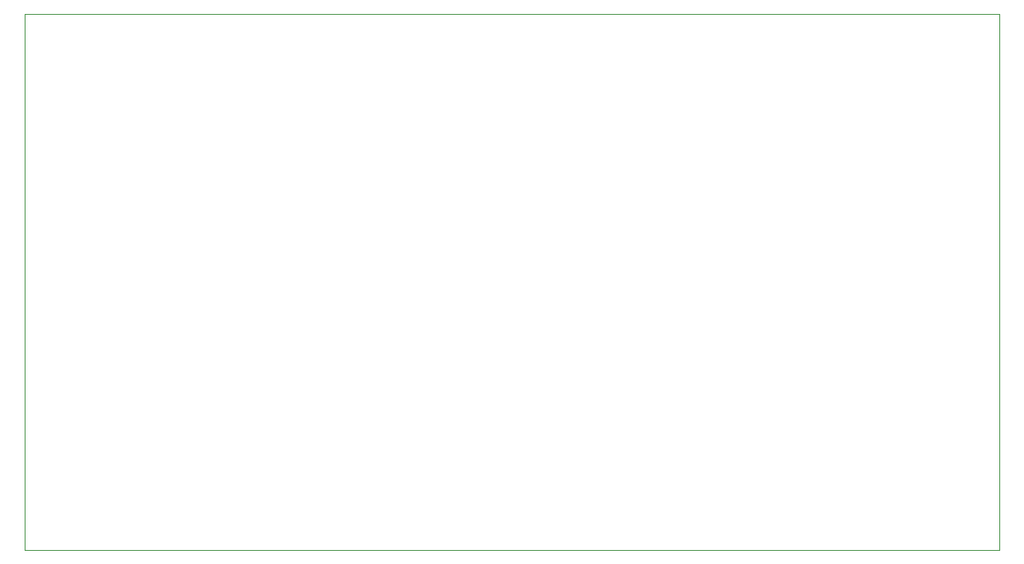
<source format=gbr>
G04 #@! TF.GenerationSoftware,KiCad,Pcbnew,(6.0.1-0)*
G04 #@! TF.CreationDate,2022-01-24T19:37:36+01:00*
G04 #@! TF.ProjectId,amp-mosfet-80w,616d702d-6d6f-4736-9665-742d3830772e,rev?*
G04 #@! TF.SameCoordinates,Original*
G04 #@! TF.FileFunction,Profile,NP*
%FSLAX46Y46*%
G04 Gerber Fmt 4.6, Leading zero omitted, Abs format (unit mm)*
G04 Created by KiCad (PCBNEW (6.0.1-0)) date 2022-01-24 19:37:36*
%MOMM*%
%LPD*%
G01*
G04 APERTURE LIST*
G04 #@! TA.AperFunction,Profile*
%ADD10C,0.050000*%
G04 #@! TD*
G04 APERTURE END LIST*
D10*
X109220000Y-99822000D02*
X209550000Y-99822000D01*
X109220000Y-44577000D02*
X109220000Y-99822000D01*
X209550000Y-44577000D02*
X209550000Y-99822000D01*
X109220000Y-44577000D02*
X209550000Y-44577000D01*
M02*

</source>
